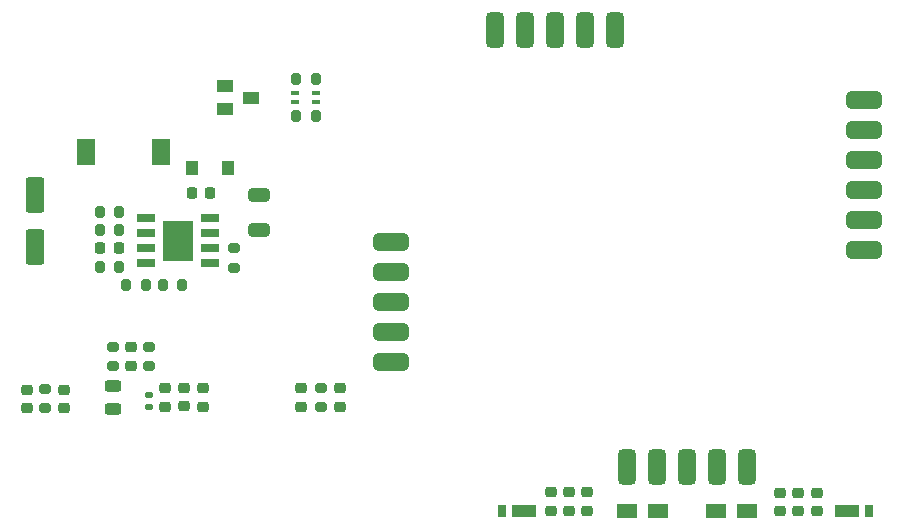
<source format=gtp>
G04 #@! TF.GenerationSoftware,KiCad,Pcbnew,9.0.0*
G04 #@! TF.CreationDate,2025-09-02T13:29:40+03:00*
G04 #@! TF.ProjectId,GSM_SMA_V1.0,47534d5f-534d-4415-9f56-312e302e6b69,rev?*
G04 #@! TF.SameCoordinates,Original*
G04 #@! TF.FileFunction,Paste,Top*
G04 #@! TF.FilePolarity,Positive*
%FSLAX46Y46*%
G04 Gerber Fmt 4.6, Leading zero omitted, Abs format (unit mm)*
G04 Created by KiCad (PCBNEW 9.0.0) date 2025-09-02 13:29:40*
%MOMM*%
%LPD*%
G01*
G04 APERTURE LIST*
G04 Aperture macros list*
%AMRoundRect*
0 Rectangle with rounded corners*
0 $1 Rounding radius*
0 $2 $3 $4 $5 $6 $7 $8 $9 X,Y pos of 4 corners*
0 Add a 4 corners polygon primitive as box body*
4,1,4,$2,$3,$4,$5,$6,$7,$8,$9,$2,$3,0*
0 Add four circle primitives for the rounded corners*
1,1,$1+$1,$2,$3*
1,1,$1+$1,$4,$5*
1,1,$1+$1,$6,$7*
1,1,$1+$1,$8,$9*
0 Add four rect primitives between the rounded corners*
20,1,$1+$1,$2,$3,$4,$5,0*
20,1,$1+$1,$4,$5,$6,$7,0*
20,1,$1+$1,$6,$7,$8,$9,0*
20,1,$1+$1,$8,$9,$2,$3,0*%
G04 Aperture macros list end*
%ADD10RoundRect,0.225000X0.250000X-0.225000X0.250000X0.225000X-0.250000X0.225000X-0.250000X-0.225000X0*%
%ADD11RoundRect,0.225000X-0.250000X0.225000X-0.250000X-0.225000X0.250000X-0.225000X0.250000X0.225000X0*%
%ADD12RoundRect,0.225000X0.225000X0.250000X-0.225000X0.250000X-0.225000X-0.250000X0.225000X-0.250000X0*%
%ADD13R,1.400000X1.000000*%
%ADD14RoundRect,0.200000X-0.200000X-0.275000X0.200000X-0.275000X0.200000X0.275000X-0.200000X0.275000X0*%
%ADD15R,1.600000X2.200000*%
%ADD16RoundRect,0.200000X0.275000X-0.200000X0.275000X0.200000X-0.275000X0.200000X-0.275000X-0.200000X0*%
%ADD17R,1.120000X1.220000*%
%ADD18R,2.000000X1.100000*%
%ADD19R,0.800000X1.100000*%
%ADD20R,0.750000X0.400000*%
%ADD21RoundRect,0.250000X0.650000X-0.325000X0.650000X0.325000X-0.650000X0.325000X-0.650000X-0.325000X0*%
%ADD22R,1.800000X1.230000*%
%ADD23RoundRect,0.200000X0.200000X0.275000X-0.200000X0.275000X-0.200000X-0.275000X0.200000X-0.275000X0*%
%ADD24RoundRect,0.250000X-0.550000X1.250000X-0.550000X-1.250000X0.550000X-1.250000X0.550000X1.250000X0*%
%ADD25RoundRect,0.375000X1.125000X0.375000X-1.125000X0.375000X-1.125000X-0.375000X1.125000X-0.375000X0*%
%ADD26RoundRect,0.375000X-0.375000X1.125000X-0.375000X-1.125000X0.375000X-1.125000X0.375000X1.125000X0*%
%ADD27RoundRect,0.200000X-0.275000X0.200000X-0.275000X-0.200000X0.275000X-0.200000X0.275000X0.200000X0*%
%ADD28RoundRect,0.147500X-0.172500X0.147500X-0.172500X-0.147500X0.172500X-0.147500X0.172500X0.147500X0*%
%ADD29R,1.525000X0.700000*%
%ADD30R,2.560000X3.450000*%
%ADD31RoundRect,0.243750X0.456250X-0.243750X0.456250X0.243750X-0.456250X0.243750X-0.456250X-0.243750X0*%
G04 APERTURE END LIST*
D10*
X144950000Y-119650000D03*
X144950000Y-118100000D03*
D11*
X91360000Y-109255000D03*
X91360000Y-110805000D03*
D12*
X95135000Y-92700000D03*
X93585000Y-92700000D03*
D10*
X127080000Y-119615000D03*
X127080000Y-118065000D03*
D13*
X96390000Y-83691500D03*
X96390000Y-85591500D03*
X98590000Y-84641500D03*
D12*
X87405000Y-97390000D03*
X85855000Y-97390000D03*
D14*
X85805000Y-94320000D03*
X87455000Y-94320000D03*
D15*
X91020000Y-89250000D03*
X84620000Y-89250000D03*
D16*
X104510000Y-110855000D03*
X104510000Y-109205000D03*
D17*
X93580000Y-90580000D03*
X96680000Y-90580000D03*
D18*
X149070000Y-119655000D03*
D19*
X150970000Y-119655000D03*
D11*
X106130000Y-109265000D03*
X106130000Y-110815000D03*
D20*
X104150453Y-85050055D03*
X104150453Y-84250055D03*
X102300453Y-84250055D03*
X102300453Y-85050055D03*
D16*
X81180000Y-110955000D03*
X81180000Y-109305000D03*
D10*
X125540000Y-119615000D03*
X125540000Y-118065000D03*
D11*
X94510000Y-109255000D03*
X94510000Y-110805000D03*
D18*
X121740000Y-119610000D03*
D19*
X119840000Y-119610000D03*
D10*
X124010000Y-119610000D03*
X124010000Y-118060000D03*
D11*
X79650000Y-109365000D03*
X79650000Y-110915000D03*
D21*
X99310000Y-95825000D03*
X99310000Y-92875000D03*
D10*
X92940000Y-110785000D03*
X92940000Y-109235000D03*
D22*
X130410000Y-119620000D03*
X133030000Y-119620000D03*
D10*
X143360000Y-119650000D03*
X143360000Y-118100000D03*
D23*
X89705000Y-100510000D03*
X88055000Y-100510000D03*
D24*
X80280000Y-92930000D03*
X80280000Y-97330000D03*
D25*
X110470000Y-107010000D03*
X110470000Y-104470000D03*
X110470000Y-101930000D03*
X110470000Y-99390000D03*
X110470000Y-96850000D03*
D26*
X119260000Y-78900000D03*
X121800000Y-78900000D03*
X124340000Y-78900000D03*
X126880000Y-78900000D03*
X129420000Y-78900000D03*
D25*
X150480000Y-84880000D03*
X150480000Y-87420000D03*
X150480000Y-89960000D03*
X150480000Y-92500000D03*
X150480000Y-95040000D03*
X150480000Y-97580000D03*
D26*
X140570000Y-115900000D03*
X138030000Y-115900000D03*
X135490000Y-115900000D03*
X132950000Y-115900000D03*
X130410000Y-115900000D03*
D11*
X82740000Y-109370000D03*
X82740000Y-110920000D03*
D14*
X85815000Y-98950000D03*
X87465000Y-98950000D03*
X102428933Y-83109673D03*
X104078933Y-83109673D03*
D23*
X87455000Y-95850000D03*
X85805000Y-95850000D03*
D27*
X97192000Y-97390000D03*
X97192000Y-99040000D03*
D11*
X102810000Y-109255000D03*
X102810000Y-110805000D03*
D28*
X89970000Y-109845000D03*
X89970000Y-110815000D03*
D29*
X89708000Y-94855000D03*
X89708000Y-96125000D03*
X89708000Y-97395000D03*
X89708000Y-98665000D03*
X95132000Y-98665000D03*
X95132000Y-97395000D03*
X95132000Y-96125000D03*
X95132000Y-94855000D03*
D30*
X92420000Y-96760000D03*
D31*
X86910000Y-110977500D03*
X86910000Y-109102500D03*
D22*
X140570000Y-119650000D03*
X137950000Y-119650000D03*
D23*
X104100000Y-86240000D03*
X102450000Y-86240000D03*
D16*
X86890000Y-107395000D03*
X86890000Y-105745000D03*
D27*
X89970000Y-105745000D03*
X89970000Y-107395000D03*
D10*
X146530000Y-119650000D03*
X146530000Y-118100000D03*
D14*
X91155000Y-100510000D03*
X92805000Y-100510000D03*
D11*
X88430000Y-105795000D03*
X88430000Y-107345000D03*
M02*

</source>
